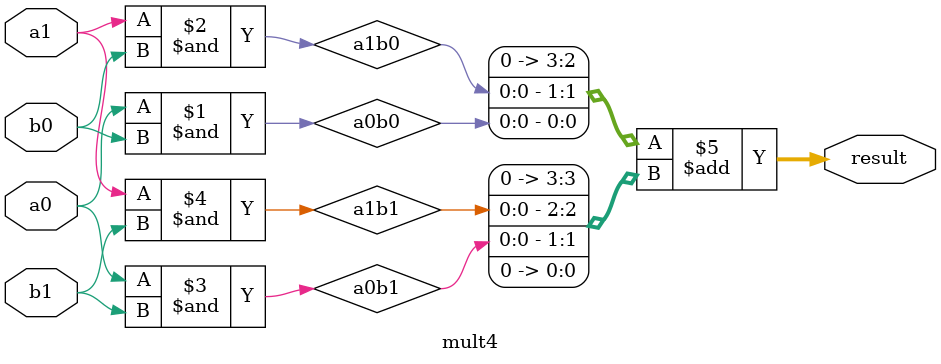
<source format=v>
module mult4 (input a1,a0,b1,b0,
            output [3:0] result);

    wire a0b0, a0b1, a1b0, a1b1;

    and gate_a0(a0b0, a0, b0);
    and gate_a1(a1b0, a1, b0);
    and gate_a2(a0b1, a0, b1);
    and gate_a3(a1b1, a1, b1);

    assign result = {a1b0,a0b0} + {a1b1,a0b1,1'b0};
endmodule
</source>
